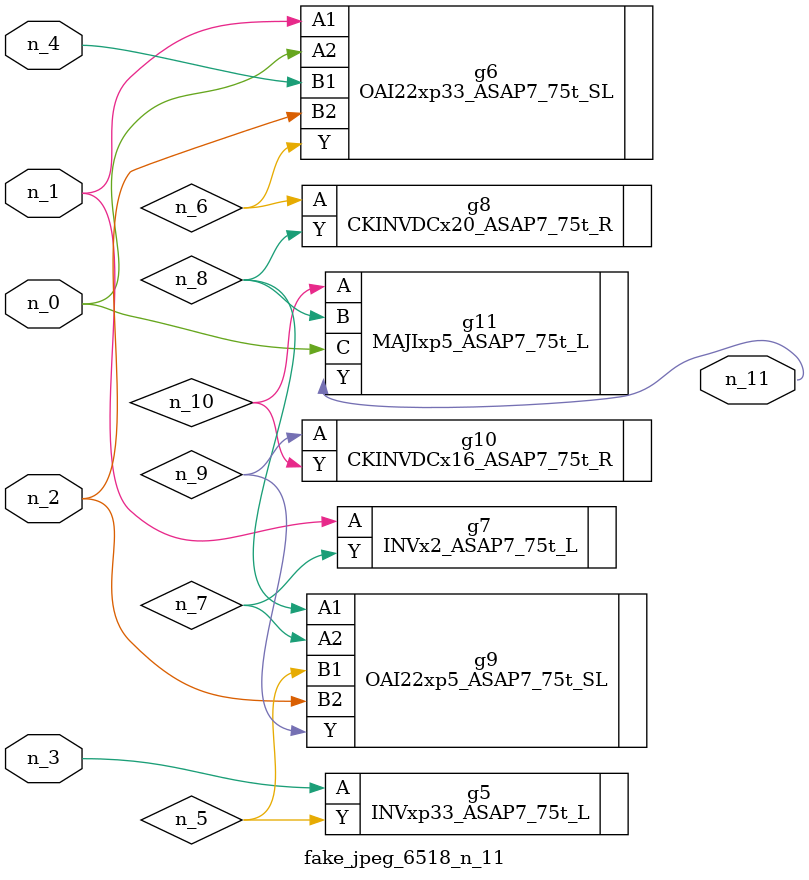
<source format=v>
module fake_jpeg_6518_n_11 (n_3, n_2, n_1, n_0, n_4, n_11);

input n_3;
input n_2;
input n_1;
input n_0;
input n_4;

output n_11;

wire n_10;
wire n_8;
wire n_9;
wire n_6;
wire n_5;
wire n_7;

INVxp33_ASAP7_75t_L g5 ( 
.A(n_3),
.Y(n_5)
);

OAI22xp33_ASAP7_75t_SL g6 ( 
.A1(n_1),
.A2(n_0),
.B1(n_4),
.B2(n_2),
.Y(n_6)
);

INVx2_ASAP7_75t_L g7 ( 
.A(n_1),
.Y(n_7)
);

CKINVDCx20_ASAP7_75t_R g8 ( 
.A(n_6),
.Y(n_8)
);

OAI22xp5_ASAP7_75t_SL g9 ( 
.A1(n_8),
.A2(n_7),
.B1(n_5),
.B2(n_2),
.Y(n_9)
);

CKINVDCx16_ASAP7_75t_R g10 ( 
.A(n_9),
.Y(n_10)
);

MAJIxp5_ASAP7_75t_L g11 ( 
.A(n_10),
.B(n_8),
.C(n_0),
.Y(n_11)
);


endmodule
</source>
